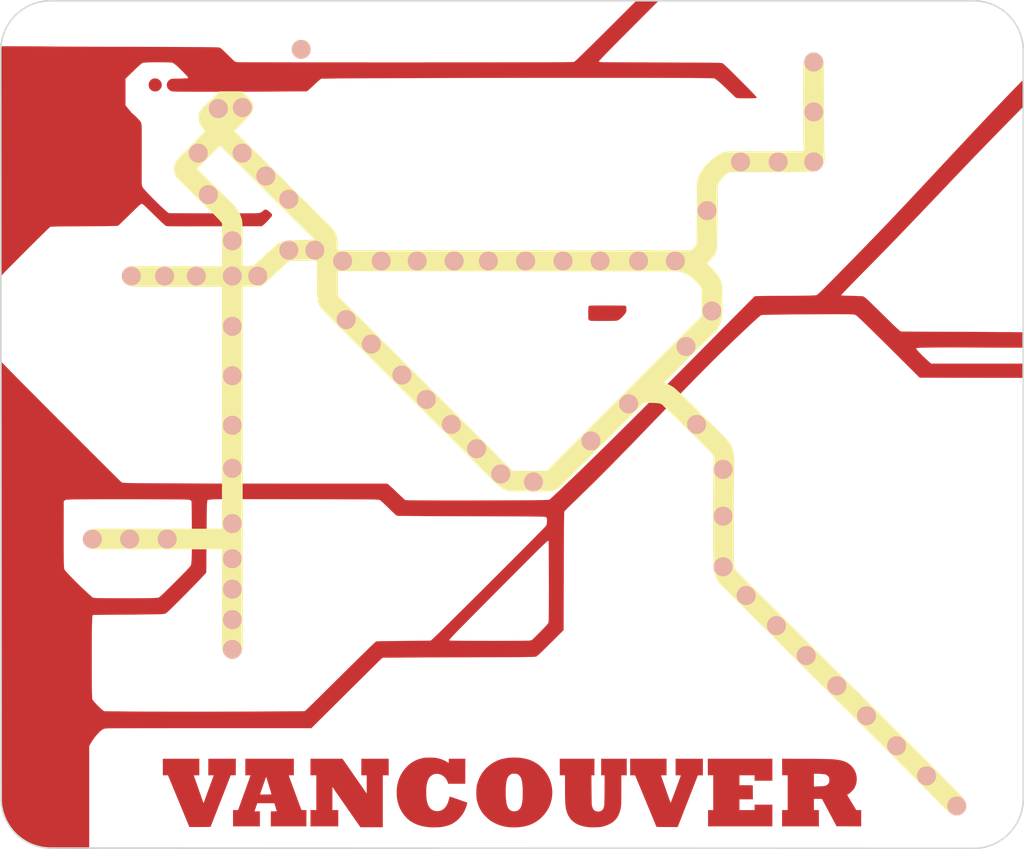
<source format=kicad_pcb>
(kicad_pcb (version 20240108) (generator "pcbnew") (generator_version "8.0")
  (layers (0 "F.Cu" signal) (31 "B.Cu" signal) (34 "B.Paste" user) (35 "F.Paste" user) (36 "B.SilkS" user "B.Silkscreen") (37 "F.SilkS" user "F.Silkscreen") (38 "B.Mask" user) (39 "F.Mask" user) (44 "Edge.Cuts" user))
  (net 0 "")
  (footprint "LOGO" (layer "F.Cu") (at 75.039399 75.049167)
    (property "Reference" "G***" (hide yes))
    (property "Value" "LOGO" (hide yes))
  )
  (footprint "LOGO" (layer "F.Cu") (at 75.039399 75.049167)
    (property "Reference" "G***" (hide yes))
    (property "Value" "LOGO" (hide yes))
  )
  (footprint "LOGO" (layer "F.Cu") (at 75.039399 75.049167)
    (property "Reference" "G***" (hide yes))
    (property "Value" "LOGO" (hide yes))
  )
  (footprint "LOGO" (layer "F.Cu") (at 75.039399 75.049167)
    (property "Reference" "G***" (hide yes))
    (property "Value" "LOGO" (hide yes))
  )
  (gr_arc (start 5.035036 82.864964) (mid 1.458626 81.441374) (end 0.035036 77.864964) (stroke (width 0.15)) (layer "Edge.Cuts"))
  (gr_line (start 5.035036 82.864964) (end 95 82.9) (stroke (width 0.15)) (layer "Edge.Cuts"))
  (gr_line (start 5 0) (end 95 0) (stroke (width 0.15)) (layer "Edge.Cuts"))
  (gr_arc (start 100 77.9) (mid 98.57641 81.47641) (end 95 82.9) (stroke (width 0.15)) (layer "Edge.Cuts"))
  (gr_line (start 100 5) (end 100 77.9) (stroke (width 0.15)) (layer "Edge.Cuts"))
  (gr_arc (start 95 0) (mid 98.57641 1.42359) (end 100 5) (stroke (width 0.15)) (layer "Edge.Cuts"))
  (gr_arc (start 0 5) (mid 1.42359 1.42359) (end 5 0) (stroke (width 0.15)) (layer "Edge.Cuts"))
  (gr_line (start 0 5) (end 0.035036 77.864964) (stroke (width 0.15)) (layer "Edge.Cuts"))
)
</source>
